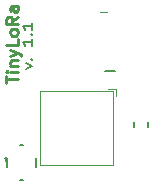
<source format=gto>
G04 #@! TF.GenerationSoftware,KiCad,Pcbnew,(5.0.1-3-g963ef8bb5)*
G04 #@! TF.CreationDate,2019-03-06T17:01:56+01:00*
G04 #@! TF.ProjectId,TLM-v1,544C4D2D76312E6B696361645F706362,1.1*
G04 #@! TF.SameCoordinates,Original*
G04 #@! TF.FileFunction,Legend,Top*
G04 #@! TF.FilePolarity,Positive*
%FSLAX46Y46*%
G04 Gerber Fmt 4.6, Leading zero omitted, Abs format (unit mm)*
G04 Created by KiCad (PCBNEW (5.0.1-3-g963ef8bb5)) date 2019 March 06, Wednesday 17:01:56*
%MOMM*%
%LPD*%
G01*
G04 APERTURE LIST*
%ADD10C,0.200000*%
%ADD11C,0.175000*%
%ADD12C,0.225000*%
%ADD13C,0.120000*%
G04 APERTURE END LIST*
D10*
X138700000Y-79300000D02*
X139500000Y-79300000D01*
D11*
X131978571Y-79115238D02*
X132511904Y-78889047D01*
X131978571Y-78662857D01*
X132435714Y-78300952D02*
X132473809Y-78255714D01*
X132511904Y-78300952D01*
X132473809Y-78346190D01*
X132435714Y-78300952D01*
X132511904Y-78300952D01*
X132511904Y-76627142D02*
X132511904Y-77170000D01*
X132511904Y-76898571D02*
X131711904Y-76898571D01*
X131826190Y-76989047D01*
X131902380Y-77079523D01*
X131940476Y-77170000D01*
X132435714Y-76220000D02*
X132473809Y-76174761D01*
X132511904Y-76220000D01*
X132473809Y-76265238D01*
X132435714Y-76220000D01*
X132511904Y-76220000D01*
X132511904Y-75270000D02*
X132511904Y-75812857D01*
X132511904Y-75541428D02*
X131711904Y-75541428D01*
X131826190Y-75631904D01*
X131902380Y-75722380D01*
X131940476Y-75812857D01*
D12*
X130340561Y-80312400D02*
X130340561Y-79712400D01*
X131290561Y-80012400D02*
X130340561Y-80012400D01*
X131290561Y-79362400D02*
X130657228Y-79362400D01*
X130340561Y-79362400D02*
X130385800Y-79412400D01*
X130431038Y-79362400D01*
X130385800Y-79312400D01*
X130340561Y-79362400D01*
X130431038Y-79362400D01*
X130657228Y-78862400D02*
X131290561Y-78862400D01*
X130747704Y-78862400D02*
X130702466Y-78812400D01*
X130657228Y-78712400D01*
X130657228Y-78562400D01*
X130702466Y-78462400D01*
X130792942Y-78412400D01*
X131290561Y-78412400D01*
X130657228Y-78012400D02*
X131290561Y-77762400D01*
X130657228Y-77512400D02*
X131290561Y-77762400D01*
X131516752Y-77862400D01*
X131561990Y-77912400D01*
X131607228Y-78012400D01*
X131290561Y-76612400D02*
X131290561Y-77112400D01*
X130340561Y-77112400D01*
X131290561Y-76112400D02*
X131245323Y-76212400D01*
X131200085Y-76262400D01*
X131109609Y-76312400D01*
X130838180Y-76312400D01*
X130747704Y-76262400D01*
X130702466Y-76212400D01*
X130657228Y-76112400D01*
X130657228Y-75962400D01*
X130702466Y-75862400D01*
X130747704Y-75812400D01*
X130838180Y-75762400D01*
X131109609Y-75762400D01*
X131200085Y-75812400D01*
X131245323Y-75862400D01*
X131290561Y-75962400D01*
X131290561Y-76112400D01*
X131290561Y-74712400D02*
X130838180Y-75062400D01*
X131290561Y-75312400D02*
X130340561Y-75312400D01*
X130340561Y-74912400D01*
X130385800Y-74812400D01*
X130431038Y-74762400D01*
X130521514Y-74712400D01*
X130657228Y-74712400D01*
X130747704Y-74762400D01*
X130792942Y-74812400D01*
X130838180Y-74912400D01*
X130838180Y-75312400D01*
X131290561Y-73812400D02*
X130792942Y-73812400D01*
X130702466Y-73862400D01*
X130657228Y-73962400D01*
X130657228Y-74162400D01*
X130702466Y-74262400D01*
X131245323Y-73812400D02*
X131290561Y-73912400D01*
X131290561Y-74162400D01*
X131245323Y-74262400D01*
X131154847Y-74312400D01*
X131064371Y-74312400D01*
X130973895Y-74262400D01*
X130928657Y-74162400D01*
X130928657Y-73912400D01*
X130883419Y-73812400D01*
D10*
G04 #@! TO.C,XC1*
X130200000Y-86675000D02*
X130400000Y-87075000D01*
X130400000Y-86675000D02*
X130200000Y-86675000D01*
X131700000Y-88575000D02*
X131500000Y-88575000D01*
X131700000Y-85575000D02*
X131500000Y-85575000D01*
X132800000Y-86675000D02*
X132800000Y-87475000D01*
X130400000Y-86675000D02*
X130400000Y-87475000D01*
G04 #@! TO.C,Y1*
X142300000Y-83650000D02*
X142300000Y-84050000D01*
X141100000Y-83650000D02*
X141100000Y-84050000D01*
D13*
G04 #@! TO.C,U2*
X139371000Y-87237500D02*
X133171000Y-87237500D01*
X139371000Y-81037500D02*
X133171000Y-81037500D01*
X133171000Y-81037500D02*
X133171000Y-87237500D01*
X139371000Y-81037500D02*
X139371000Y-87237500D01*
X139571000Y-80837500D02*
X138971000Y-80837500D01*
X139571000Y-81437500D02*
X139571000Y-80837500D01*
G04 #@! TO.C,U3*
X138840000Y-74310000D02*
X138240000Y-74310000D01*
G04 #@! TD*
M02*

</source>
